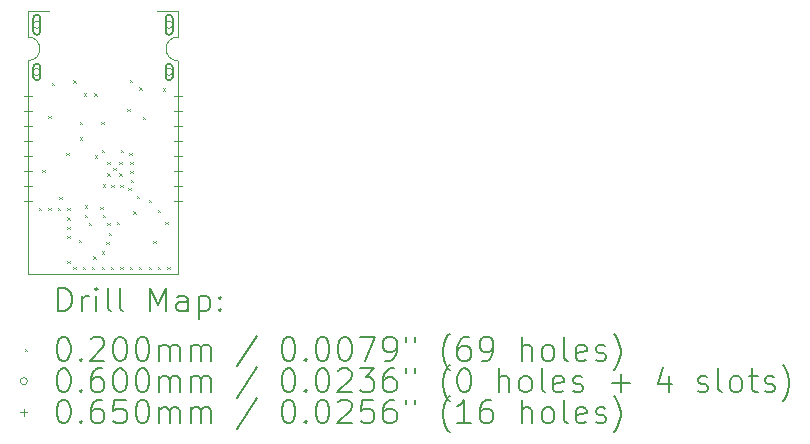
<source format=gbr>
%TF.GenerationSoftware,KiCad,Pcbnew,7.0.6*%
%TF.CreationDate,2023-09-20T23:26:55+02:00*%
%TF.ProjectId,epi_ESP32 (2023_01_16 13_30_41 UTC),6570695f-4553-4503-9332-202832303233,1_1*%
%TF.SameCoordinates,Original*%
%TF.FileFunction,Drillmap*%
%TF.FilePolarity,Positive*%
%FSLAX45Y45*%
G04 Gerber Fmt 4.5, Leading zero omitted, Abs format (unit mm)*
G04 Created by KiCad (PCBNEW 7.0.6) date 2023-09-20 23:26:55*
%MOMM*%
%LPD*%
G01*
G04 APERTURE LIST*
%ADD10C,0.100000*%
%ADD11C,0.050000*%
%ADD12C,0.200000*%
%ADD13C,0.020000*%
%ADD14C,0.060000*%
%ADD15C,0.065000*%
G04 APERTURE END LIST*
D10*
X9789000Y-4991850D02*
X9789000Y-5215000D01*
D11*
X9789504Y-7220000D02*
X11062004Y-7220000D01*
D10*
X11059000Y-5215000D02*
G75*
G03*
X11059000Y-5415000I0J-100000D01*
G01*
X9789000Y-5415000D02*
G75*
G03*
X9789000Y-5215000I0J100000D01*
G01*
X10879504Y-4991850D02*
X11059000Y-4991850D01*
X11059000Y-5215000D02*
X11059000Y-4991850D01*
X9789000Y-4991850D02*
X9966835Y-4991525D01*
X11062004Y-7220000D02*
X11059000Y-5415000D01*
X9789000Y-5415000D02*
X9789504Y-7220000D01*
D12*
D13*
X9882004Y-6660000D02*
X9902004Y-6680000D01*
X9902004Y-6660000D02*
X9882004Y-6680000D01*
X9912004Y-6340000D02*
X9932004Y-6360000D01*
X9932004Y-6340000D02*
X9912004Y-6360000D01*
X9962004Y-5883450D02*
X9982004Y-5903450D01*
X9982004Y-5883450D02*
X9962004Y-5903450D01*
X9962004Y-6660000D02*
X9982004Y-6680000D01*
X9982004Y-6660000D02*
X9962004Y-6680000D01*
X9992004Y-5600000D02*
X10012004Y-5620000D01*
X10012004Y-5600000D02*
X9992004Y-5620000D01*
X10042004Y-6660000D02*
X10062004Y-6680000D01*
X10062004Y-6660000D02*
X10042004Y-6680000D01*
X10053504Y-6570000D02*
X10073504Y-6590000D01*
X10073504Y-6570000D02*
X10053504Y-6590000D01*
X10113213Y-6193790D02*
X10133213Y-6213790D01*
X10133213Y-6193790D02*
X10113213Y-6213790D01*
X10122004Y-6661000D02*
X10142004Y-6681000D01*
X10142004Y-6661000D02*
X10122004Y-6681000D01*
X10122004Y-6740000D02*
X10142004Y-6760000D01*
X10142004Y-6740000D02*
X10122004Y-6760000D01*
X10122004Y-6820000D02*
X10142004Y-6840000D01*
X10142004Y-6820000D02*
X10122004Y-6840000D01*
X10122004Y-6900000D02*
X10142004Y-6920000D01*
X10142004Y-6900000D02*
X10122004Y-6920000D01*
X10122004Y-7110000D02*
X10142004Y-7130000D01*
X10142004Y-7110000D02*
X10122004Y-7130000D01*
X10172004Y-5580000D02*
X10192004Y-5600000D01*
X10192004Y-5580000D02*
X10172004Y-5600000D01*
X10172004Y-7160000D02*
X10192004Y-7180000D01*
X10192004Y-7160000D02*
X10172004Y-7180000D01*
X10220000Y-6930000D02*
X10240000Y-6950000D01*
X10240000Y-6930000D02*
X10220000Y-6950000D01*
X10227004Y-6062500D02*
X10247004Y-6082500D01*
X10247004Y-6062500D02*
X10227004Y-6082500D01*
X10230554Y-5930000D02*
X10250554Y-5950000D01*
X10250554Y-5930000D02*
X10230554Y-5950000D01*
X10252004Y-7160000D02*
X10272004Y-7180000D01*
X10272004Y-7160000D02*
X10252004Y-7180000D01*
X10262004Y-5690000D02*
X10282004Y-5710000D01*
X10282004Y-5690000D02*
X10262004Y-5710000D01*
X10272004Y-6640000D02*
X10292004Y-6660000D01*
X10292004Y-6640000D02*
X10272004Y-6660000D01*
X10272004Y-6720000D02*
X10292004Y-6740000D01*
X10292004Y-6720000D02*
X10272004Y-6740000D01*
X10302004Y-6790000D02*
X10322004Y-6810000D01*
X10322004Y-6790000D02*
X10302004Y-6810000D01*
X10332004Y-7160000D02*
X10352004Y-7180000D01*
X10352004Y-7160000D02*
X10332004Y-7180000D01*
X10342004Y-7070000D02*
X10362004Y-7090000D01*
X10362004Y-7070000D02*
X10342004Y-7090000D01*
X10352004Y-5690000D02*
X10372004Y-5710000D01*
X10372004Y-5690000D02*
X10352004Y-5710000D01*
X10354289Y-6215101D02*
X10374289Y-6235101D01*
X10374289Y-6215101D02*
X10354289Y-6235101D01*
X10402004Y-6651708D02*
X10422004Y-6671708D01*
X10422004Y-6651708D02*
X10402004Y-6671708D01*
X10409504Y-5930000D02*
X10429504Y-5950000D01*
X10429504Y-5930000D02*
X10409504Y-5950000D01*
X10412004Y-7030000D02*
X10432004Y-7050000D01*
X10432004Y-7030000D02*
X10412004Y-7050000D01*
X10412004Y-7160000D02*
X10432004Y-7180000D01*
X10432004Y-7160000D02*
X10412004Y-7180000D01*
X10413217Y-6168787D02*
X10433217Y-6188787D01*
X10433217Y-6168787D02*
X10413217Y-6188787D01*
X10420528Y-6463190D02*
X10440528Y-6483190D01*
X10440528Y-6463190D02*
X10420528Y-6483190D01*
X10422004Y-6720000D02*
X10442004Y-6740000D01*
X10442004Y-6720000D02*
X10422004Y-6740000D01*
X10452004Y-6950000D02*
X10472004Y-6970000D01*
X10472004Y-6950000D02*
X10452004Y-6970000D01*
X10462004Y-6270000D02*
X10482004Y-6290000D01*
X10482004Y-6270000D02*
X10462004Y-6290000D01*
X10462004Y-6370000D02*
X10482004Y-6390000D01*
X10482004Y-6370000D02*
X10462004Y-6390000D01*
X10462004Y-6790000D02*
X10482004Y-6810000D01*
X10482004Y-6790000D02*
X10462004Y-6810000D01*
X10472004Y-6870000D02*
X10492004Y-6890000D01*
X10492004Y-6870000D02*
X10472004Y-6890000D01*
X10492004Y-7160000D02*
X10512004Y-7180000D01*
X10512004Y-7160000D02*
X10492004Y-7180000D01*
X10495457Y-6464961D02*
X10515457Y-6484961D01*
X10515457Y-6464961D02*
X10495457Y-6484961D01*
X10512004Y-6320000D02*
X10532004Y-6340000D01*
X10532004Y-6320000D02*
X10512004Y-6340000D01*
X10544004Y-6780000D02*
X10564004Y-6800000D01*
X10564004Y-6780000D02*
X10544004Y-6800000D01*
X10562004Y-6270000D02*
X10582004Y-6290000D01*
X10582004Y-6270000D02*
X10562004Y-6290000D01*
X10562004Y-6370000D02*
X10582004Y-6390000D01*
X10582004Y-6370000D02*
X10562004Y-6390000D01*
X10570407Y-6464577D02*
X10590407Y-6484577D01*
X10590407Y-6464577D02*
X10570407Y-6484577D01*
X10572004Y-7160000D02*
X10592004Y-7180000D01*
X10592004Y-7160000D02*
X10572004Y-7180000D01*
X10575117Y-6167952D02*
X10595117Y-6187952D01*
X10595117Y-6167952D02*
X10575117Y-6187952D01*
X10630000Y-5820000D02*
X10650000Y-5840000D01*
X10650000Y-5820000D02*
X10630000Y-5840000D01*
X10640182Y-6493692D02*
X10660182Y-6513692D01*
X10660182Y-6493692D02*
X10640182Y-6513692D01*
X10646291Y-6192950D02*
X10666291Y-6212950D01*
X10666291Y-6192950D02*
X10646291Y-6212950D01*
X10650000Y-7160000D02*
X10670000Y-7180000D01*
X10670000Y-7160000D02*
X10650000Y-7180000D01*
X10654000Y-5575500D02*
X10674000Y-5595500D01*
X10674000Y-5575500D02*
X10654000Y-5595500D01*
X10656954Y-6270804D02*
X10676954Y-6290804D01*
X10676954Y-6270804D02*
X10656954Y-6290804D01*
X10656954Y-6345755D02*
X10676954Y-6365755D01*
X10676954Y-6345755D02*
X10656954Y-6365755D01*
X10659428Y-6421255D02*
X10679428Y-6441255D01*
X10679428Y-6421255D02*
X10659428Y-6441255D01*
X10682004Y-6690000D02*
X10702004Y-6710000D01*
X10702004Y-6690000D02*
X10682004Y-6710000D01*
X10712004Y-6556677D02*
X10732004Y-6576677D01*
X10732004Y-6556677D02*
X10712004Y-6576677D01*
X10730000Y-7160000D02*
X10750000Y-7180000D01*
X10750000Y-7160000D02*
X10730000Y-7180000D01*
X10732004Y-5640000D02*
X10752004Y-5660000D01*
X10752004Y-5640000D02*
X10732004Y-5660000D01*
X10762004Y-5890000D02*
X10782004Y-5910000D01*
X10782004Y-5890000D02*
X10762004Y-5910000D01*
X10810000Y-7160000D02*
X10830000Y-7180000D01*
X10830000Y-7160000D02*
X10810000Y-7180000D01*
X10812383Y-6594068D02*
X10832383Y-6614068D01*
X10832383Y-6594068D02*
X10812383Y-6614068D01*
X10850000Y-6940000D02*
X10870000Y-6960000D01*
X10870000Y-6940000D02*
X10850000Y-6960000D01*
X10888550Y-6680000D02*
X10908550Y-6700000D01*
X10908550Y-6680000D02*
X10888550Y-6700000D01*
X10890000Y-7160000D02*
X10910000Y-7180000D01*
X10910000Y-7160000D02*
X10890000Y-7180000D01*
X10932004Y-5650000D02*
X10952004Y-5670000D01*
X10952004Y-5650000D02*
X10932004Y-5670000D01*
X10952004Y-6780000D02*
X10972004Y-6800000D01*
X10972004Y-6780000D02*
X10952004Y-6800000D01*
X10970000Y-7160000D02*
X10990000Y-7180000D01*
X10990000Y-7160000D02*
X10970000Y-7180000D01*
D14*
X9894000Y-5110500D02*
G75*
G03*
X9894000Y-5110500I-30000J0D01*
G01*
D12*
X9834000Y-5055500D02*
X9834000Y-5165500D01*
X9834000Y-5165500D02*
G75*
G03*
X9894000Y-5165500I30000J0D01*
G01*
X9894000Y-5165500D02*
X9894000Y-5055500D01*
X9894000Y-5055500D02*
G75*
G03*
X9834000Y-5055500I-30000J0D01*
G01*
D14*
X9894000Y-5510500D02*
G75*
G03*
X9894000Y-5510500I-30000J0D01*
G01*
D12*
X9834000Y-5470500D02*
X9834000Y-5550500D01*
X9834000Y-5550500D02*
G75*
G03*
X9894000Y-5550500I30000J0D01*
G01*
X9894000Y-5550500D02*
X9894000Y-5470500D01*
X9894000Y-5470500D02*
G75*
G03*
X9834000Y-5470500I-30000J0D01*
G01*
D14*
X11014000Y-5110500D02*
G75*
G03*
X11014000Y-5110500I-30000J0D01*
G01*
D12*
X10954000Y-5055500D02*
X10954000Y-5165500D01*
X10954000Y-5165500D02*
G75*
G03*
X11014000Y-5165500I30000J0D01*
G01*
X11014000Y-5165500D02*
X11014000Y-5055500D01*
X11014000Y-5055500D02*
G75*
G03*
X10954000Y-5055500I-30000J0D01*
G01*
D14*
X11014000Y-5510500D02*
G75*
G03*
X11014000Y-5510500I-30000J0D01*
G01*
D12*
X10954000Y-5470500D02*
X10954000Y-5550500D01*
X10954000Y-5550500D02*
G75*
G03*
X11014000Y-5550500I30000J0D01*
G01*
X11014000Y-5550500D02*
X11014000Y-5470500D01*
X11014000Y-5470500D02*
G75*
G03*
X10954000Y-5470500I-30000J0D01*
G01*
D15*
X9789252Y-5682500D02*
X9789252Y-5747500D01*
X9756752Y-5715000D02*
X9821752Y-5715000D01*
X9789252Y-5809500D02*
X9789252Y-5874500D01*
X9756752Y-5842000D02*
X9821752Y-5842000D01*
X9789252Y-5936500D02*
X9789252Y-6001500D01*
X9756752Y-5969000D02*
X9821752Y-5969000D01*
X9789252Y-6063500D02*
X9789252Y-6128500D01*
X9756752Y-6096000D02*
X9821752Y-6096000D01*
X9789252Y-6190500D02*
X9789252Y-6255500D01*
X9756752Y-6223000D02*
X9821752Y-6223000D01*
X9789252Y-6317500D02*
X9789252Y-6382500D01*
X9756752Y-6350000D02*
X9821752Y-6350000D01*
X9789252Y-6444500D02*
X9789252Y-6509500D01*
X9756752Y-6477000D02*
X9821752Y-6477000D01*
X9789252Y-6571500D02*
X9789252Y-6636500D01*
X9756752Y-6604000D02*
X9821752Y-6604000D01*
X11059252Y-5682500D02*
X11059252Y-5747500D01*
X11026752Y-5715000D02*
X11091752Y-5715000D01*
X11059252Y-5809500D02*
X11059252Y-5874500D01*
X11026752Y-5842000D02*
X11091752Y-5842000D01*
X11059252Y-5936500D02*
X11059252Y-6001500D01*
X11026752Y-5969000D02*
X11091752Y-5969000D01*
X11059252Y-6063500D02*
X11059252Y-6128500D01*
X11026752Y-6096000D02*
X11091752Y-6096000D01*
X11059252Y-6190500D02*
X11059252Y-6255500D01*
X11026752Y-6223000D02*
X11091752Y-6223000D01*
X11059252Y-6317500D02*
X11059252Y-6382500D01*
X11026752Y-6350000D02*
X11091752Y-6350000D01*
X11059252Y-6444500D02*
X11059252Y-6509500D01*
X11026752Y-6477000D02*
X11091752Y-6477000D01*
X11059252Y-6571500D02*
X11059252Y-6636500D01*
X11026752Y-6604000D02*
X11091752Y-6604000D01*
D12*
X10044777Y-7536484D02*
X10044777Y-7336484D01*
X10044777Y-7336484D02*
X10092396Y-7336484D01*
X10092396Y-7336484D02*
X10120967Y-7346008D01*
X10120967Y-7346008D02*
X10140015Y-7365055D01*
X10140015Y-7365055D02*
X10149539Y-7384103D01*
X10149539Y-7384103D02*
X10159063Y-7422198D01*
X10159063Y-7422198D02*
X10159063Y-7450769D01*
X10159063Y-7450769D02*
X10149539Y-7488865D01*
X10149539Y-7488865D02*
X10140015Y-7507912D01*
X10140015Y-7507912D02*
X10120967Y-7526960D01*
X10120967Y-7526960D02*
X10092396Y-7536484D01*
X10092396Y-7536484D02*
X10044777Y-7536484D01*
X10244777Y-7536484D02*
X10244777Y-7403150D01*
X10244777Y-7441246D02*
X10254301Y-7422198D01*
X10254301Y-7422198D02*
X10263824Y-7412674D01*
X10263824Y-7412674D02*
X10282872Y-7403150D01*
X10282872Y-7403150D02*
X10301920Y-7403150D01*
X10368586Y-7536484D02*
X10368586Y-7403150D01*
X10368586Y-7336484D02*
X10359063Y-7346008D01*
X10359063Y-7346008D02*
X10368586Y-7355531D01*
X10368586Y-7355531D02*
X10378110Y-7346008D01*
X10378110Y-7346008D02*
X10368586Y-7336484D01*
X10368586Y-7336484D02*
X10368586Y-7355531D01*
X10492396Y-7536484D02*
X10473348Y-7526960D01*
X10473348Y-7526960D02*
X10463824Y-7507912D01*
X10463824Y-7507912D02*
X10463824Y-7336484D01*
X10597158Y-7536484D02*
X10578110Y-7526960D01*
X10578110Y-7526960D02*
X10568586Y-7507912D01*
X10568586Y-7507912D02*
X10568586Y-7336484D01*
X10825729Y-7536484D02*
X10825729Y-7336484D01*
X10825729Y-7336484D02*
X10892396Y-7479341D01*
X10892396Y-7479341D02*
X10959063Y-7336484D01*
X10959063Y-7336484D02*
X10959063Y-7536484D01*
X11140015Y-7536484D02*
X11140015Y-7431722D01*
X11140015Y-7431722D02*
X11130491Y-7412674D01*
X11130491Y-7412674D02*
X11111444Y-7403150D01*
X11111444Y-7403150D02*
X11073348Y-7403150D01*
X11073348Y-7403150D02*
X11054301Y-7412674D01*
X11140015Y-7526960D02*
X11120967Y-7536484D01*
X11120967Y-7536484D02*
X11073348Y-7536484D01*
X11073348Y-7536484D02*
X11054301Y-7526960D01*
X11054301Y-7526960D02*
X11044777Y-7507912D01*
X11044777Y-7507912D02*
X11044777Y-7488865D01*
X11044777Y-7488865D02*
X11054301Y-7469817D01*
X11054301Y-7469817D02*
X11073348Y-7460293D01*
X11073348Y-7460293D02*
X11120967Y-7460293D01*
X11120967Y-7460293D02*
X11140015Y-7450769D01*
X11235253Y-7403150D02*
X11235253Y-7603150D01*
X11235253Y-7412674D02*
X11254301Y-7403150D01*
X11254301Y-7403150D02*
X11292396Y-7403150D01*
X11292396Y-7403150D02*
X11311443Y-7412674D01*
X11311443Y-7412674D02*
X11320967Y-7422198D01*
X11320967Y-7422198D02*
X11330491Y-7441246D01*
X11330491Y-7441246D02*
X11330491Y-7498388D01*
X11330491Y-7498388D02*
X11320967Y-7517436D01*
X11320967Y-7517436D02*
X11311443Y-7526960D01*
X11311443Y-7526960D02*
X11292396Y-7536484D01*
X11292396Y-7536484D02*
X11254301Y-7536484D01*
X11254301Y-7536484D02*
X11235253Y-7526960D01*
X11416205Y-7517436D02*
X11425729Y-7526960D01*
X11425729Y-7526960D02*
X11416205Y-7536484D01*
X11416205Y-7536484D02*
X11406682Y-7526960D01*
X11406682Y-7526960D02*
X11416205Y-7517436D01*
X11416205Y-7517436D02*
X11416205Y-7536484D01*
X11416205Y-7412674D02*
X11425729Y-7422198D01*
X11425729Y-7422198D02*
X11416205Y-7431722D01*
X11416205Y-7431722D02*
X11406682Y-7422198D01*
X11406682Y-7422198D02*
X11416205Y-7412674D01*
X11416205Y-7412674D02*
X11416205Y-7431722D01*
D13*
X9764000Y-7855000D02*
X9784000Y-7875000D01*
X9784000Y-7855000D02*
X9764000Y-7875000D01*
D12*
X10082872Y-7756484D02*
X10101920Y-7756484D01*
X10101920Y-7756484D02*
X10120967Y-7766008D01*
X10120967Y-7766008D02*
X10130491Y-7775531D01*
X10130491Y-7775531D02*
X10140015Y-7794579D01*
X10140015Y-7794579D02*
X10149539Y-7832674D01*
X10149539Y-7832674D02*
X10149539Y-7880293D01*
X10149539Y-7880293D02*
X10140015Y-7918388D01*
X10140015Y-7918388D02*
X10130491Y-7937436D01*
X10130491Y-7937436D02*
X10120967Y-7946960D01*
X10120967Y-7946960D02*
X10101920Y-7956484D01*
X10101920Y-7956484D02*
X10082872Y-7956484D01*
X10082872Y-7956484D02*
X10063824Y-7946960D01*
X10063824Y-7946960D02*
X10054301Y-7937436D01*
X10054301Y-7937436D02*
X10044777Y-7918388D01*
X10044777Y-7918388D02*
X10035253Y-7880293D01*
X10035253Y-7880293D02*
X10035253Y-7832674D01*
X10035253Y-7832674D02*
X10044777Y-7794579D01*
X10044777Y-7794579D02*
X10054301Y-7775531D01*
X10054301Y-7775531D02*
X10063824Y-7766008D01*
X10063824Y-7766008D02*
X10082872Y-7756484D01*
X10235253Y-7937436D02*
X10244777Y-7946960D01*
X10244777Y-7946960D02*
X10235253Y-7956484D01*
X10235253Y-7956484D02*
X10225729Y-7946960D01*
X10225729Y-7946960D02*
X10235253Y-7937436D01*
X10235253Y-7937436D02*
X10235253Y-7956484D01*
X10320967Y-7775531D02*
X10330491Y-7766008D01*
X10330491Y-7766008D02*
X10349539Y-7756484D01*
X10349539Y-7756484D02*
X10397158Y-7756484D01*
X10397158Y-7756484D02*
X10416205Y-7766008D01*
X10416205Y-7766008D02*
X10425729Y-7775531D01*
X10425729Y-7775531D02*
X10435253Y-7794579D01*
X10435253Y-7794579D02*
X10435253Y-7813627D01*
X10435253Y-7813627D02*
X10425729Y-7842198D01*
X10425729Y-7842198D02*
X10311444Y-7956484D01*
X10311444Y-7956484D02*
X10435253Y-7956484D01*
X10559063Y-7756484D02*
X10578110Y-7756484D01*
X10578110Y-7756484D02*
X10597158Y-7766008D01*
X10597158Y-7766008D02*
X10606682Y-7775531D01*
X10606682Y-7775531D02*
X10616205Y-7794579D01*
X10616205Y-7794579D02*
X10625729Y-7832674D01*
X10625729Y-7832674D02*
X10625729Y-7880293D01*
X10625729Y-7880293D02*
X10616205Y-7918388D01*
X10616205Y-7918388D02*
X10606682Y-7937436D01*
X10606682Y-7937436D02*
X10597158Y-7946960D01*
X10597158Y-7946960D02*
X10578110Y-7956484D01*
X10578110Y-7956484D02*
X10559063Y-7956484D01*
X10559063Y-7956484D02*
X10540015Y-7946960D01*
X10540015Y-7946960D02*
X10530491Y-7937436D01*
X10530491Y-7937436D02*
X10520967Y-7918388D01*
X10520967Y-7918388D02*
X10511444Y-7880293D01*
X10511444Y-7880293D02*
X10511444Y-7832674D01*
X10511444Y-7832674D02*
X10520967Y-7794579D01*
X10520967Y-7794579D02*
X10530491Y-7775531D01*
X10530491Y-7775531D02*
X10540015Y-7766008D01*
X10540015Y-7766008D02*
X10559063Y-7756484D01*
X10749539Y-7756484D02*
X10768586Y-7756484D01*
X10768586Y-7756484D02*
X10787634Y-7766008D01*
X10787634Y-7766008D02*
X10797158Y-7775531D01*
X10797158Y-7775531D02*
X10806682Y-7794579D01*
X10806682Y-7794579D02*
X10816205Y-7832674D01*
X10816205Y-7832674D02*
X10816205Y-7880293D01*
X10816205Y-7880293D02*
X10806682Y-7918388D01*
X10806682Y-7918388D02*
X10797158Y-7937436D01*
X10797158Y-7937436D02*
X10787634Y-7946960D01*
X10787634Y-7946960D02*
X10768586Y-7956484D01*
X10768586Y-7956484D02*
X10749539Y-7956484D01*
X10749539Y-7956484D02*
X10730491Y-7946960D01*
X10730491Y-7946960D02*
X10720967Y-7937436D01*
X10720967Y-7937436D02*
X10711444Y-7918388D01*
X10711444Y-7918388D02*
X10701920Y-7880293D01*
X10701920Y-7880293D02*
X10701920Y-7832674D01*
X10701920Y-7832674D02*
X10711444Y-7794579D01*
X10711444Y-7794579D02*
X10720967Y-7775531D01*
X10720967Y-7775531D02*
X10730491Y-7766008D01*
X10730491Y-7766008D02*
X10749539Y-7756484D01*
X10901920Y-7956484D02*
X10901920Y-7823150D01*
X10901920Y-7842198D02*
X10911444Y-7832674D01*
X10911444Y-7832674D02*
X10930491Y-7823150D01*
X10930491Y-7823150D02*
X10959063Y-7823150D01*
X10959063Y-7823150D02*
X10978110Y-7832674D01*
X10978110Y-7832674D02*
X10987634Y-7851722D01*
X10987634Y-7851722D02*
X10987634Y-7956484D01*
X10987634Y-7851722D02*
X10997158Y-7832674D01*
X10997158Y-7832674D02*
X11016205Y-7823150D01*
X11016205Y-7823150D02*
X11044777Y-7823150D01*
X11044777Y-7823150D02*
X11063825Y-7832674D01*
X11063825Y-7832674D02*
X11073348Y-7851722D01*
X11073348Y-7851722D02*
X11073348Y-7956484D01*
X11168586Y-7956484D02*
X11168586Y-7823150D01*
X11168586Y-7842198D02*
X11178110Y-7832674D01*
X11178110Y-7832674D02*
X11197158Y-7823150D01*
X11197158Y-7823150D02*
X11225729Y-7823150D01*
X11225729Y-7823150D02*
X11244777Y-7832674D01*
X11244777Y-7832674D02*
X11254301Y-7851722D01*
X11254301Y-7851722D02*
X11254301Y-7956484D01*
X11254301Y-7851722D02*
X11263824Y-7832674D01*
X11263824Y-7832674D02*
X11282872Y-7823150D01*
X11282872Y-7823150D02*
X11311443Y-7823150D01*
X11311443Y-7823150D02*
X11330491Y-7832674D01*
X11330491Y-7832674D02*
X11340015Y-7851722D01*
X11340015Y-7851722D02*
X11340015Y-7956484D01*
X11730491Y-7746960D02*
X11559063Y-8004103D01*
X11987634Y-7756484D02*
X12006682Y-7756484D01*
X12006682Y-7756484D02*
X12025729Y-7766008D01*
X12025729Y-7766008D02*
X12035253Y-7775531D01*
X12035253Y-7775531D02*
X12044777Y-7794579D01*
X12044777Y-7794579D02*
X12054301Y-7832674D01*
X12054301Y-7832674D02*
X12054301Y-7880293D01*
X12054301Y-7880293D02*
X12044777Y-7918388D01*
X12044777Y-7918388D02*
X12035253Y-7937436D01*
X12035253Y-7937436D02*
X12025729Y-7946960D01*
X12025729Y-7946960D02*
X12006682Y-7956484D01*
X12006682Y-7956484D02*
X11987634Y-7956484D01*
X11987634Y-7956484D02*
X11968586Y-7946960D01*
X11968586Y-7946960D02*
X11959063Y-7937436D01*
X11959063Y-7937436D02*
X11949539Y-7918388D01*
X11949539Y-7918388D02*
X11940015Y-7880293D01*
X11940015Y-7880293D02*
X11940015Y-7832674D01*
X11940015Y-7832674D02*
X11949539Y-7794579D01*
X11949539Y-7794579D02*
X11959063Y-7775531D01*
X11959063Y-7775531D02*
X11968586Y-7766008D01*
X11968586Y-7766008D02*
X11987634Y-7756484D01*
X12140015Y-7937436D02*
X12149539Y-7946960D01*
X12149539Y-7946960D02*
X12140015Y-7956484D01*
X12140015Y-7956484D02*
X12130491Y-7946960D01*
X12130491Y-7946960D02*
X12140015Y-7937436D01*
X12140015Y-7937436D02*
X12140015Y-7956484D01*
X12273348Y-7756484D02*
X12292396Y-7756484D01*
X12292396Y-7756484D02*
X12311444Y-7766008D01*
X12311444Y-7766008D02*
X12320967Y-7775531D01*
X12320967Y-7775531D02*
X12330491Y-7794579D01*
X12330491Y-7794579D02*
X12340015Y-7832674D01*
X12340015Y-7832674D02*
X12340015Y-7880293D01*
X12340015Y-7880293D02*
X12330491Y-7918388D01*
X12330491Y-7918388D02*
X12320967Y-7937436D01*
X12320967Y-7937436D02*
X12311444Y-7946960D01*
X12311444Y-7946960D02*
X12292396Y-7956484D01*
X12292396Y-7956484D02*
X12273348Y-7956484D01*
X12273348Y-7956484D02*
X12254301Y-7946960D01*
X12254301Y-7946960D02*
X12244777Y-7937436D01*
X12244777Y-7937436D02*
X12235253Y-7918388D01*
X12235253Y-7918388D02*
X12225729Y-7880293D01*
X12225729Y-7880293D02*
X12225729Y-7832674D01*
X12225729Y-7832674D02*
X12235253Y-7794579D01*
X12235253Y-7794579D02*
X12244777Y-7775531D01*
X12244777Y-7775531D02*
X12254301Y-7766008D01*
X12254301Y-7766008D02*
X12273348Y-7756484D01*
X12463825Y-7756484D02*
X12482872Y-7756484D01*
X12482872Y-7756484D02*
X12501920Y-7766008D01*
X12501920Y-7766008D02*
X12511444Y-7775531D01*
X12511444Y-7775531D02*
X12520967Y-7794579D01*
X12520967Y-7794579D02*
X12530491Y-7832674D01*
X12530491Y-7832674D02*
X12530491Y-7880293D01*
X12530491Y-7880293D02*
X12520967Y-7918388D01*
X12520967Y-7918388D02*
X12511444Y-7937436D01*
X12511444Y-7937436D02*
X12501920Y-7946960D01*
X12501920Y-7946960D02*
X12482872Y-7956484D01*
X12482872Y-7956484D02*
X12463825Y-7956484D01*
X12463825Y-7956484D02*
X12444777Y-7946960D01*
X12444777Y-7946960D02*
X12435253Y-7937436D01*
X12435253Y-7937436D02*
X12425729Y-7918388D01*
X12425729Y-7918388D02*
X12416206Y-7880293D01*
X12416206Y-7880293D02*
X12416206Y-7832674D01*
X12416206Y-7832674D02*
X12425729Y-7794579D01*
X12425729Y-7794579D02*
X12435253Y-7775531D01*
X12435253Y-7775531D02*
X12444777Y-7766008D01*
X12444777Y-7766008D02*
X12463825Y-7756484D01*
X12597158Y-7756484D02*
X12730491Y-7756484D01*
X12730491Y-7756484D02*
X12644777Y-7956484D01*
X12816206Y-7956484D02*
X12854301Y-7956484D01*
X12854301Y-7956484D02*
X12873348Y-7946960D01*
X12873348Y-7946960D02*
X12882872Y-7937436D01*
X12882872Y-7937436D02*
X12901920Y-7908865D01*
X12901920Y-7908865D02*
X12911444Y-7870769D01*
X12911444Y-7870769D02*
X12911444Y-7794579D01*
X12911444Y-7794579D02*
X12901920Y-7775531D01*
X12901920Y-7775531D02*
X12892396Y-7766008D01*
X12892396Y-7766008D02*
X12873348Y-7756484D01*
X12873348Y-7756484D02*
X12835253Y-7756484D01*
X12835253Y-7756484D02*
X12816206Y-7766008D01*
X12816206Y-7766008D02*
X12806682Y-7775531D01*
X12806682Y-7775531D02*
X12797158Y-7794579D01*
X12797158Y-7794579D02*
X12797158Y-7842198D01*
X12797158Y-7842198D02*
X12806682Y-7861246D01*
X12806682Y-7861246D02*
X12816206Y-7870769D01*
X12816206Y-7870769D02*
X12835253Y-7880293D01*
X12835253Y-7880293D02*
X12873348Y-7880293D01*
X12873348Y-7880293D02*
X12892396Y-7870769D01*
X12892396Y-7870769D02*
X12901920Y-7861246D01*
X12901920Y-7861246D02*
X12911444Y-7842198D01*
X12987634Y-7756484D02*
X12987634Y-7794579D01*
X13063825Y-7756484D02*
X13063825Y-7794579D01*
X13359063Y-8032674D02*
X13349539Y-8023150D01*
X13349539Y-8023150D02*
X13330491Y-7994579D01*
X13330491Y-7994579D02*
X13320968Y-7975531D01*
X13320968Y-7975531D02*
X13311444Y-7946960D01*
X13311444Y-7946960D02*
X13301920Y-7899341D01*
X13301920Y-7899341D02*
X13301920Y-7861246D01*
X13301920Y-7861246D02*
X13311444Y-7813627D01*
X13311444Y-7813627D02*
X13320968Y-7785055D01*
X13320968Y-7785055D02*
X13330491Y-7766008D01*
X13330491Y-7766008D02*
X13349539Y-7737436D01*
X13349539Y-7737436D02*
X13359063Y-7727912D01*
X13520968Y-7756484D02*
X13482872Y-7756484D01*
X13482872Y-7756484D02*
X13463825Y-7766008D01*
X13463825Y-7766008D02*
X13454301Y-7775531D01*
X13454301Y-7775531D02*
X13435253Y-7804103D01*
X13435253Y-7804103D02*
X13425729Y-7842198D01*
X13425729Y-7842198D02*
X13425729Y-7918388D01*
X13425729Y-7918388D02*
X13435253Y-7937436D01*
X13435253Y-7937436D02*
X13444777Y-7946960D01*
X13444777Y-7946960D02*
X13463825Y-7956484D01*
X13463825Y-7956484D02*
X13501920Y-7956484D01*
X13501920Y-7956484D02*
X13520968Y-7946960D01*
X13520968Y-7946960D02*
X13530491Y-7937436D01*
X13530491Y-7937436D02*
X13540015Y-7918388D01*
X13540015Y-7918388D02*
X13540015Y-7870769D01*
X13540015Y-7870769D02*
X13530491Y-7851722D01*
X13530491Y-7851722D02*
X13520968Y-7842198D01*
X13520968Y-7842198D02*
X13501920Y-7832674D01*
X13501920Y-7832674D02*
X13463825Y-7832674D01*
X13463825Y-7832674D02*
X13444777Y-7842198D01*
X13444777Y-7842198D02*
X13435253Y-7851722D01*
X13435253Y-7851722D02*
X13425729Y-7870769D01*
X13635253Y-7956484D02*
X13673348Y-7956484D01*
X13673348Y-7956484D02*
X13692396Y-7946960D01*
X13692396Y-7946960D02*
X13701920Y-7937436D01*
X13701920Y-7937436D02*
X13720968Y-7908865D01*
X13720968Y-7908865D02*
X13730491Y-7870769D01*
X13730491Y-7870769D02*
X13730491Y-7794579D01*
X13730491Y-7794579D02*
X13720968Y-7775531D01*
X13720968Y-7775531D02*
X13711444Y-7766008D01*
X13711444Y-7766008D02*
X13692396Y-7756484D01*
X13692396Y-7756484D02*
X13654301Y-7756484D01*
X13654301Y-7756484D02*
X13635253Y-7766008D01*
X13635253Y-7766008D02*
X13625729Y-7775531D01*
X13625729Y-7775531D02*
X13616206Y-7794579D01*
X13616206Y-7794579D02*
X13616206Y-7842198D01*
X13616206Y-7842198D02*
X13625729Y-7861246D01*
X13625729Y-7861246D02*
X13635253Y-7870769D01*
X13635253Y-7870769D02*
X13654301Y-7880293D01*
X13654301Y-7880293D02*
X13692396Y-7880293D01*
X13692396Y-7880293D02*
X13711444Y-7870769D01*
X13711444Y-7870769D02*
X13720968Y-7861246D01*
X13720968Y-7861246D02*
X13730491Y-7842198D01*
X13968587Y-7956484D02*
X13968587Y-7756484D01*
X14054301Y-7956484D02*
X14054301Y-7851722D01*
X14054301Y-7851722D02*
X14044777Y-7832674D01*
X14044777Y-7832674D02*
X14025730Y-7823150D01*
X14025730Y-7823150D02*
X13997158Y-7823150D01*
X13997158Y-7823150D02*
X13978110Y-7832674D01*
X13978110Y-7832674D02*
X13968587Y-7842198D01*
X14178110Y-7956484D02*
X14159063Y-7946960D01*
X14159063Y-7946960D02*
X14149539Y-7937436D01*
X14149539Y-7937436D02*
X14140015Y-7918388D01*
X14140015Y-7918388D02*
X14140015Y-7861246D01*
X14140015Y-7861246D02*
X14149539Y-7842198D01*
X14149539Y-7842198D02*
X14159063Y-7832674D01*
X14159063Y-7832674D02*
X14178110Y-7823150D01*
X14178110Y-7823150D02*
X14206682Y-7823150D01*
X14206682Y-7823150D02*
X14225730Y-7832674D01*
X14225730Y-7832674D02*
X14235253Y-7842198D01*
X14235253Y-7842198D02*
X14244777Y-7861246D01*
X14244777Y-7861246D02*
X14244777Y-7918388D01*
X14244777Y-7918388D02*
X14235253Y-7937436D01*
X14235253Y-7937436D02*
X14225730Y-7946960D01*
X14225730Y-7946960D02*
X14206682Y-7956484D01*
X14206682Y-7956484D02*
X14178110Y-7956484D01*
X14359063Y-7956484D02*
X14340015Y-7946960D01*
X14340015Y-7946960D02*
X14330491Y-7927912D01*
X14330491Y-7927912D02*
X14330491Y-7756484D01*
X14511444Y-7946960D02*
X14492396Y-7956484D01*
X14492396Y-7956484D02*
X14454301Y-7956484D01*
X14454301Y-7956484D02*
X14435253Y-7946960D01*
X14435253Y-7946960D02*
X14425730Y-7927912D01*
X14425730Y-7927912D02*
X14425730Y-7851722D01*
X14425730Y-7851722D02*
X14435253Y-7832674D01*
X14435253Y-7832674D02*
X14454301Y-7823150D01*
X14454301Y-7823150D02*
X14492396Y-7823150D01*
X14492396Y-7823150D02*
X14511444Y-7832674D01*
X14511444Y-7832674D02*
X14520968Y-7851722D01*
X14520968Y-7851722D02*
X14520968Y-7870769D01*
X14520968Y-7870769D02*
X14425730Y-7889817D01*
X14597158Y-7946960D02*
X14616206Y-7956484D01*
X14616206Y-7956484D02*
X14654301Y-7956484D01*
X14654301Y-7956484D02*
X14673349Y-7946960D01*
X14673349Y-7946960D02*
X14682872Y-7927912D01*
X14682872Y-7927912D02*
X14682872Y-7918388D01*
X14682872Y-7918388D02*
X14673349Y-7899341D01*
X14673349Y-7899341D02*
X14654301Y-7889817D01*
X14654301Y-7889817D02*
X14625730Y-7889817D01*
X14625730Y-7889817D02*
X14606682Y-7880293D01*
X14606682Y-7880293D02*
X14597158Y-7861246D01*
X14597158Y-7861246D02*
X14597158Y-7851722D01*
X14597158Y-7851722D02*
X14606682Y-7832674D01*
X14606682Y-7832674D02*
X14625730Y-7823150D01*
X14625730Y-7823150D02*
X14654301Y-7823150D01*
X14654301Y-7823150D02*
X14673349Y-7832674D01*
X14749539Y-8032674D02*
X14759063Y-8023150D01*
X14759063Y-8023150D02*
X14778111Y-7994579D01*
X14778111Y-7994579D02*
X14787634Y-7975531D01*
X14787634Y-7975531D02*
X14797158Y-7946960D01*
X14797158Y-7946960D02*
X14806682Y-7899341D01*
X14806682Y-7899341D02*
X14806682Y-7861246D01*
X14806682Y-7861246D02*
X14797158Y-7813627D01*
X14797158Y-7813627D02*
X14787634Y-7785055D01*
X14787634Y-7785055D02*
X14778111Y-7766008D01*
X14778111Y-7766008D02*
X14759063Y-7737436D01*
X14759063Y-7737436D02*
X14749539Y-7727912D01*
D14*
X9784000Y-8129000D02*
G75*
G03*
X9784000Y-8129000I-30000J0D01*
G01*
D12*
X10082872Y-8020484D02*
X10101920Y-8020484D01*
X10101920Y-8020484D02*
X10120967Y-8030008D01*
X10120967Y-8030008D02*
X10130491Y-8039531D01*
X10130491Y-8039531D02*
X10140015Y-8058579D01*
X10140015Y-8058579D02*
X10149539Y-8096674D01*
X10149539Y-8096674D02*
X10149539Y-8144293D01*
X10149539Y-8144293D02*
X10140015Y-8182388D01*
X10140015Y-8182388D02*
X10130491Y-8201436D01*
X10130491Y-8201436D02*
X10120967Y-8210960D01*
X10120967Y-8210960D02*
X10101920Y-8220484D01*
X10101920Y-8220484D02*
X10082872Y-8220484D01*
X10082872Y-8220484D02*
X10063824Y-8210960D01*
X10063824Y-8210960D02*
X10054301Y-8201436D01*
X10054301Y-8201436D02*
X10044777Y-8182388D01*
X10044777Y-8182388D02*
X10035253Y-8144293D01*
X10035253Y-8144293D02*
X10035253Y-8096674D01*
X10035253Y-8096674D02*
X10044777Y-8058579D01*
X10044777Y-8058579D02*
X10054301Y-8039531D01*
X10054301Y-8039531D02*
X10063824Y-8030008D01*
X10063824Y-8030008D02*
X10082872Y-8020484D01*
X10235253Y-8201436D02*
X10244777Y-8210960D01*
X10244777Y-8210960D02*
X10235253Y-8220484D01*
X10235253Y-8220484D02*
X10225729Y-8210960D01*
X10225729Y-8210960D02*
X10235253Y-8201436D01*
X10235253Y-8201436D02*
X10235253Y-8220484D01*
X10416205Y-8020484D02*
X10378110Y-8020484D01*
X10378110Y-8020484D02*
X10359063Y-8030008D01*
X10359063Y-8030008D02*
X10349539Y-8039531D01*
X10349539Y-8039531D02*
X10330491Y-8068103D01*
X10330491Y-8068103D02*
X10320967Y-8106198D01*
X10320967Y-8106198D02*
X10320967Y-8182388D01*
X10320967Y-8182388D02*
X10330491Y-8201436D01*
X10330491Y-8201436D02*
X10340015Y-8210960D01*
X10340015Y-8210960D02*
X10359063Y-8220484D01*
X10359063Y-8220484D02*
X10397158Y-8220484D01*
X10397158Y-8220484D02*
X10416205Y-8210960D01*
X10416205Y-8210960D02*
X10425729Y-8201436D01*
X10425729Y-8201436D02*
X10435253Y-8182388D01*
X10435253Y-8182388D02*
X10435253Y-8134769D01*
X10435253Y-8134769D02*
X10425729Y-8115722D01*
X10425729Y-8115722D02*
X10416205Y-8106198D01*
X10416205Y-8106198D02*
X10397158Y-8096674D01*
X10397158Y-8096674D02*
X10359063Y-8096674D01*
X10359063Y-8096674D02*
X10340015Y-8106198D01*
X10340015Y-8106198D02*
X10330491Y-8115722D01*
X10330491Y-8115722D02*
X10320967Y-8134769D01*
X10559063Y-8020484D02*
X10578110Y-8020484D01*
X10578110Y-8020484D02*
X10597158Y-8030008D01*
X10597158Y-8030008D02*
X10606682Y-8039531D01*
X10606682Y-8039531D02*
X10616205Y-8058579D01*
X10616205Y-8058579D02*
X10625729Y-8096674D01*
X10625729Y-8096674D02*
X10625729Y-8144293D01*
X10625729Y-8144293D02*
X10616205Y-8182388D01*
X10616205Y-8182388D02*
X10606682Y-8201436D01*
X10606682Y-8201436D02*
X10597158Y-8210960D01*
X10597158Y-8210960D02*
X10578110Y-8220484D01*
X10578110Y-8220484D02*
X10559063Y-8220484D01*
X10559063Y-8220484D02*
X10540015Y-8210960D01*
X10540015Y-8210960D02*
X10530491Y-8201436D01*
X10530491Y-8201436D02*
X10520967Y-8182388D01*
X10520967Y-8182388D02*
X10511444Y-8144293D01*
X10511444Y-8144293D02*
X10511444Y-8096674D01*
X10511444Y-8096674D02*
X10520967Y-8058579D01*
X10520967Y-8058579D02*
X10530491Y-8039531D01*
X10530491Y-8039531D02*
X10540015Y-8030008D01*
X10540015Y-8030008D02*
X10559063Y-8020484D01*
X10749539Y-8020484D02*
X10768586Y-8020484D01*
X10768586Y-8020484D02*
X10787634Y-8030008D01*
X10787634Y-8030008D02*
X10797158Y-8039531D01*
X10797158Y-8039531D02*
X10806682Y-8058579D01*
X10806682Y-8058579D02*
X10816205Y-8096674D01*
X10816205Y-8096674D02*
X10816205Y-8144293D01*
X10816205Y-8144293D02*
X10806682Y-8182388D01*
X10806682Y-8182388D02*
X10797158Y-8201436D01*
X10797158Y-8201436D02*
X10787634Y-8210960D01*
X10787634Y-8210960D02*
X10768586Y-8220484D01*
X10768586Y-8220484D02*
X10749539Y-8220484D01*
X10749539Y-8220484D02*
X10730491Y-8210960D01*
X10730491Y-8210960D02*
X10720967Y-8201436D01*
X10720967Y-8201436D02*
X10711444Y-8182388D01*
X10711444Y-8182388D02*
X10701920Y-8144293D01*
X10701920Y-8144293D02*
X10701920Y-8096674D01*
X10701920Y-8096674D02*
X10711444Y-8058579D01*
X10711444Y-8058579D02*
X10720967Y-8039531D01*
X10720967Y-8039531D02*
X10730491Y-8030008D01*
X10730491Y-8030008D02*
X10749539Y-8020484D01*
X10901920Y-8220484D02*
X10901920Y-8087150D01*
X10901920Y-8106198D02*
X10911444Y-8096674D01*
X10911444Y-8096674D02*
X10930491Y-8087150D01*
X10930491Y-8087150D02*
X10959063Y-8087150D01*
X10959063Y-8087150D02*
X10978110Y-8096674D01*
X10978110Y-8096674D02*
X10987634Y-8115722D01*
X10987634Y-8115722D02*
X10987634Y-8220484D01*
X10987634Y-8115722D02*
X10997158Y-8096674D01*
X10997158Y-8096674D02*
X11016205Y-8087150D01*
X11016205Y-8087150D02*
X11044777Y-8087150D01*
X11044777Y-8087150D02*
X11063825Y-8096674D01*
X11063825Y-8096674D02*
X11073348Y-8115722D01*
X11073348Y-8115722D02*
X11073348Y-8220484D01*
X11168586Y-8220484D02*
X11168586Y-8087150D01*
X11168586Y-8106198D02*
X11178110Y-8096674D01*
X11178110Y-8096674D02*
X11197158Y-8087150D01*
X11197158Y-8087150D02*
X11225729Y-8087150D01*
X11225729Y-8087150D02*
X11244777Y-8096674D01*
X11244777Y-8096674D02*
X11254301Y-8115722D01*
X11254301Y-8115722D02*
X11254301Y-8220484D01*
X11254301Y-8115722D02*
X11263824Y-8096674D01*
X11263824Y-8096674D02*
X11282872Y-8087150D01*
X11282872Y-8087150D02*
X11311443Y-8087150D01*
X11311443Y-8087150D02*
X11330491Y-8096674D01*
X11330491Y-8096674D02*
X11340015Y-8115722D01*
X11340015Y-8115722D02*
X11340015Y-8220484D01*
X11730491Y-8010960D02*
X11559063Y-8268103D01*
X11987634Y-8020484D02*
X12006682Y-8020484D01*
X12006682Y-8020484D02*
X12025729Y-8030008D01*
X12025729Y-8030008D02*
X12035253Y-8039531D01*
X12035253Y-8039531D02*
X12044777Y-8058579D01*
X12044777Y-8058579D02*
X12054301Y-8096674D01*
X12054301Y-8096674D02*
X12054301Y-8144293D01*
X12054301Y-8144293D02*
X12044777Y-8182388D01*
X12044777Y-8182388D02*
X12035253Y-8201436D01*
X12035253Y-8201436D02*
X12025729Y-8210960D01*
X12025729Y-8210960D02*
X12006682Y-8220484D01*
X12006682Y-8220484D02*
X11987634Y-8220484D01*
X11987634Y-8220484D02*
X11968586Y-8210960D01*
X11968586Y-8210960D02*
X11959063Y-8201436D01*
X11959063Y-8201436D02*
X11949539Y-8182388D01*
X11949539Y-8182388D02*
X11940015Y-8144293D01*
X11940015Y-8144293D02*
X11940015Y-8096674D01*
X11940015Y-8096674D02*
X11949539Y-8058579D01*
X11949539Y-8058579D02*
X11959063Y-8039531D01*
X11959063Y-8039531D02*
X11968586Y-8030008D01*
X11968586Y-8030008D02*
X11987634Y-8020484D01*
X12140015Y-8201436D02*
X12149539Y-8210960D01*
X12149539Y-8210960D02*
X12140015Y-8220484D01*
X12140015Y-8220484D02*
X12130491Y-8210960D01*
X12130491Y-8210960D02*
X12140015Y-8201436D01*
X12140015Y-8201436D02*
X12140015Y-8220484D01*
X12273348Y-8020484D02*
X12292396Y-8020484D01*
X12292396Y-8020484D02*
X12311444Y-8030008D01*
X12311444Y-8030008D02*
X12320967Y-8039531D01*
X12320967Y-8039531D02*
X12330491Y-8058579D01*
X12330491Y-8058579D02*
X12340015Y-8096674D01*
X12340015Y-8096674D02*
X12340015Y-8144293D01*
X12340015Y-8144293D02*
X12330491Y-8182388D01*
X12330491Y-8182388D02*
X12320967Y-8201436D01*
X12320967Y-8201436D02*
X12311444Y-8210960D01*
X12311444Y-8210960D02*
X12292396Y-8220484D01*
X12292396Y-8220484D02*
X12273348Y-8220484D01*
X12273348Y-8220484D02*
X12254301Y-8210960D01*
X12254301Y-8210960D02*
X12244777Y-8201436D01*
X12244777Y-8201436D02*
X12235253Y-8182388D01*
X12235253Y-8182388D02*
X12225729Y-8144293D01*
X12225729Y-8144293D02*
X12225729Y-8096674D01*
X12225729Y-8096674D02*
X12235253Y-8058579D01*
X12235253Y-8058579D02*
X12244777Y-8039531D01*
X12244777Y-8039531D02*
X12254301Y-8030008D01*
X12254301Y-8030008D02*
X12273348Y-8020484D01*
X12416206Y-8039531D02*
X12425729Y-8030008D01*
X12425729Y-8030008D02*
X12444777Y-8020484D01*
X12444777Y-8020484D02*
X12492396Y-8020484D01*
X12492396Y-8020484D02*
X12511444Y-8030008D01*
X12511444Y-8030008D02*
X12520967Y-8039531D01*
X12520967Y-8039531D02*
X12530491Y-8058579D01*
X12530491Y-8058579D02*
X12530491Y-8077627D01*
X12530491Y-8077627D02*
X12520967Y-8106198D01*
X12520967Y-8106198D02*
X12406682Y-8220484D01*
X12406682Y-8220484D02*
X12530491Y-8220484D01*
X12597158Y-8020484D02*
X12720967Y-8020484D01*
X12720967Y-8020484D02*
X12654301Y-8096674D01*
X12654301Y-8096674D02*
X12682872Y-8096674D01*
X12682872Y-8096674D02*
X12701920Y-8106198D01*
X12701920Y-8106198D02*
X12711444Y-8115722D01*
X12711444Y-8115722D02*
X12720967Y-8134769D01*
X12720967Y-8134769D02*
X12720967Y-8182388D01*
X12720967Y-8182388D02*
X12711444Y-8201436D01*
X12711444Y-8201436D02*
X12701920Y-8210960D01*
X12701920Y-8210960D02*
X12682872Y-8220484D01*
X12682872Y-8220484D02*
X12625729Y-8220484D01*
X12625729Y-8220484D02*
X12606682Y-8210960D01*
X12606682Y-8210960D02*
X12597158Y-8201436D01*
X12892396Y-8020484D02*
X12854301Y-8020484D01*
X12854301Y-8020484D02*
X12835253Y-8030008D01*
X12835253Y-8030008D02*
X12825729Y-8039531D01*
X12825729Y-8039531D02*
X12806682Y-8068103D01*
X12806682Y-8068103D02*
X12797158Y-8106198D01*
X12797158Y-8106198D02*
X12797158Y-8182388D01*
X12797158Y-8182388D02*
X12806682Y-8201436D01*
X12806682Y-8201436D02*
X12816206Y-8210960D01*
X12816206Y-8210960D02*
X12835253Y-8220484D01*
X12835253Y-8220484D02*
X12873348Y-8220484D01*
X12873348Y-8220484D02*
X12892396Y-8210960D01*
X12892396Y-8210960D02*
X12901920Y-8201436D01*
X12901920Y-8201436D02*
X12911444Y-8182388D01*
X12911444Y-8182388D02*
X12911444Y-8134769D01*
X12911444Y-8134769D02*
X12901920Y-8115722D01*
X12901920Y-8115722D02*
X12892396Y-8106198D01*
X12892396Y-8106198D02*
X12873348Y-8096674D01*
X12873348Y-8096674D02*
X12835253Y-8096674D01*
X12835253Y-8096674D02*
X12816206Y-8106198D01*
X12816206Y-8106198D02*
X12806682Y-8115722D01*
X12806682Y-8115722D02*
X12797158Y-8134769D01*
X12987634Y-8020484D02*
X12987634Y-8058579D01*
X13063825Y-8020484D02*
X13063825Y-8058579D01*
X13359063Y-8296674D02*
X13349539Y-8287150D01*
X13349539Y-8287150D02*
X13330491Y-8258579D01*
X13330491Y-8258579D02*
X13320968Y-8239531D01*
X13320968Y-8239531D02*
X13311444Y-8210960D01*
X13311444Y-8210960D02*
X13301920Y-8163341D01*
X13301920Y-8163341D02*
X13301920Y-8125246D01*
X13301920Y-8125246D02*
X13311444Y-8077627D01*
X13311444Y-8077627D02*
X13320968Y-8049055D01*
X13320968Y-8049055D02*
X13330491Y-8030008D01*
X13330491Y-8030008D02*
X13349539Y-8001436D01*
X13349539Y-8001436D02*
X13359063Y-7991912D01*
X13473348Y-8020484D02*
X13492396Y-8020484D01*
X13492396Y-8020484D02*
X13511444Y-8030008D01*
X13511444Y-8030008D02*
X13520968Y-8039531D01*
X13520968Y-8039531D02*
X13530491Y-8058579D01*
X13530491Y-8058579D02*
X13540015Y-8096674D01*
X13540015Y-8096674D02*
X13540015Y-8144293D01*
X13540015Y-8144293D02*
X13530491Y-8182388D01*
X13530491Y-8182388D02*
X13520968Y-8201436D01*
X13520968Y-8201436D02*
X13511444Y-8210960D01*
X13511444Y-8210960D02*
X13492396Y-8220484D01*
X13492396Y-8220484D02*
X13473348Y-8220484D01*
X13473348Y-8220484D02*
X13454301Y-8210960D01*
X13454301Y-8210960D02*
X13444777Y-8201436D01*
X13444777Y-8201436D02*
X13435253Y-8182388D01*
X13435253Y-8182388D02*
X13425729Y-8144293D01*
X13425729Y-8144293D02*
X13425729Y-8096674D01*
X13425729Y-8096674D02*
X13435253Y-8058579D01*
X13435253Y-8058579D02*
X13444777Y-8039531D01*
X13444777Y-8039531D02*
X13454301Y-8030008D01*
X13454301Y-8030008D02*
X13473348Y-8020484D01*
X13778110Y-8220484D02*
X13778110Y-8020484D01*
X13863825Y-8220484D02*
X13863825Y-8115722D01*
X13863825Y-8115722D02*
X13854301Y-8096674D01*
X13854301Y-8096674D02*
X13835253Y-8087150D01*
X13835253Y-8087150D02*
X13806682Y-8087150D01*
X13806682Y-8087150D02*
X13787634Y-8096674D01*
X13787634Y-8096674D02*
X13778110Y-8106198D01*
X13987634Y-8220484D02*
X13968587Y-8210960D01*
X13968587Y-8210960D02*
X13959063Y-8201436D01*
X13959063Y-8201436D02*
X13949539Y-8182388D01*
X13949539Y-8182388D02*
X13949539Y-8125246D01*
X13949539Y-8125246D02*
X13959063Y-8106198D01*
X13959063Y-8106198D02*
X13968587Y-8096674D01*
X13968587Y-8096674D02*
X13987634Y-8087150D01*
X13987634Y-8087150D02*
X14016206Y-8087150D01*
X14016206Y-8087150D02*
X14035253Y-8096674D01*
X14035253Y-8096674D02*
X14044777Y-8106198D01*
X14044777Y-8106198D02*
X14054301Y-8125246D01*
X14054301Y-8125246D02*
X14054301Y-8182388D01*
X14054301Y-8182388D02*
X14044777Y-8201436D01*
X14044777Y-8201436D02*
X14035253Y-8210960D01*
X14035253Y-8210960D02*
X14016206Y-8220484D01*
X14016206Y-8220484D02*
X13987634Y-8220484D01*
X14168587Y-8220484D02*
X14149539Y-8210960D01*
X14149539Y-8210960D02*
X14140015Y-8191912D01*
X14140015Y-8191912D02*
X14140015Y-8020484D01*
X14320968Y-8210960D02*
X14301920Y-8220484D01*
X14301920Y-8220484D02*
X14263825Y-8220484D01*
X14263825Y-8220484D02*
X14244777Y-8210960D01*
X14244777Y-8210960D02*
X14235253Y-8191912D01*
X14235253Y-8191912D02*
X14235253Y-8115722D01*
X14235253Y-8115722D02*
X14244777Y-8096674D01*
X14244777Y-8096674D02*
X14263825Y-8087150D01*
X14263825Y-8087150D02*
X14301920Y-8087150D01*
X14301920Y-8087150D02*
X14320968Y-8096674D01*
X14320968Y-8096674D02*
X14330491Y-8115722D01*
X14330491Y-8115722D02*
X14330491Y-8134769D01*
X14330491Y-8134769D02*
X14235253Y-8153817D01*
X14406682Y-8210960D02*
X14425730Y-8220484D01*
X14425730Y-8220484D02*
X14463825Y-8220484D01*
X14463825Y-8220484D02*
X14482872Y-8210960D01*
X14482872Y-8210960D02*
X14492396Y-8191912D01*
X14492396Y-8191912D02*
X14492396Y-8182388D01*
X14492396Y-8182388D02*
X14482872Y-8163341D01*
X14482872Y-8163341D02*
X14463825Y-8153817D01*
X14463825Y-8153817D02*
X14435253Y-8153817D01*
X14435253Y-8153817D02*
X14416206Y-8144293D01*
X14416206Y-8144293D02*
X14406682Y-8125246D01*
X14406682Y-8125246D02*
X14406682Y-8115722D01*
X14406682Y-8115722D02*
X14416206Y-8096674D01*
X14416206Y-8096674D02*
X14435253Y-8087150D01*
X14435253Y-8087150D02*
X14463825Y-8087150D01*
X14463825Y-8087150D02*
X14482872Y-8096674D01*
X14730492Y-8144293D02*
X14882873Y-8144293D01*
X14806682Y-8220484D02*
X14806682Y-8068103D01*
X15216206Y-8087150D02*
X15216206Y-8220484D01*
X15168587Y-8010960D02*
X15120968Y-8153817D01*
X15120968Y-8153817D02*
X15244777Y-8153817D01*
X15463825Y-8210960D02*
X15482873Y-8220484D01*
X15482873Y-8220484D02*
X15520968Y-8220484D01*
X15520968Y-8220484D02*
X15540015Y-8210960D01*
X15540015Y-8210960D02*
X15549539Y-8191912D01*
X15549539Y-8191912D02*
X15549539Y-8182388D01*
X15549539Y-8182388D02*
X15540015Y-8163341D01*
X15540015Y-8163341D02*
X15520968Y-8153817D01*
X15520968Y-8153817D02*
X15492396Y-8153817D01*
X15492396Y-8153817D02*
X15473349Y-8144293D01*
X15473349Y-8144293D02*
X15463825Y-8125246D01*
X15463825Y-8125246D02*
X15463825Y-8115722D01*
X15463825Y-8115722D02*
X15473349Y-8096674D01*
X15473349Y-8096674D02*
X15492396Y-8087150D01*
X15492396Y-8087150D02*
X15520968Y-8087150D01*
X15520968Y-8087150D02*
X15540015Y-8096674D01*
X15663825Y-8220484D02*
X15644777Y-8210960D01*
X15644777Y-8210960D02*
X15635254Y-8191912D01*
X15635254Y-8191912D02*
X15635254Y-8020484D01*
X15768587Y-8220484D02*
X15749539Y-8210960D01*
X15749539Y-8210960D02*
X15740015Y-8201436D01*
X15740015Y-8201436D02*
X15730492Y-8182388D01*
X15730492Y-8182388D02*
X15730492Y-8125246D01*
X15730492Y-8125246D02*
X15740015Y-8106198D01*
X15740015Y-8106198D02*
X15749539Y-8096674D01*
X15749539Y-8096674D02*
X15768587Y-8087150D01*
X15768587Y-8087150D02*
X15797158Y-8087150D01*
X15797158Y-8087150D02*
X15816206Y-8096674D01*
X15816206Y-8096674D02*
X15825730Y-8106198D01*
X15825730Y-8106198D02*
X15835254Y-8125246D01*
X15835254Y-8125246D02*
X15835254Y-8182388D01*
X15835254Y-8182388D02*
X15825730Y-8201436D01*
X15825730Y-8201436D02*
X15816206Y-8210960D01*
X15816206Y-8210960D02*
X15797158Y-8220484D01*
X15797158Y-8220484D02*
X15768587Y-8220484D01*
X15892396Y-8087150D02*
X15968587Y-8087150D01*
X15920968Y-8020484D02*
X15920968Y-8191912D01*
X15920968Y-8191912D02*
X15930492Y-8210960D01*
X15930492Y-8210960D02*
X15949539Y-8220484D01*
X15949539Y-8220484D02*
X15968587Y-8220484D01*
X16025730Y-8210960D02*
X16044777Y-8220484D01*
X16044777Y-8220484D02*
X16082873Y-8220484D01*
X16082873Y-8220484D02*
X16101920Y-8210960D01*
X16101920Y-8210960D02*
X16111444Y-8191912D01*
X16111444Y-8191912D02*
X16111444Y-8182388D01*
X16111444Y-8182388D02*
X16101920Y-8163341D01*
X16101920Y-8163341D02*
X16082873Y-8153817D01*
X16082873Y-8153817D02*
X16054301Y-8153817D01*
X16054301Y-8153817D02*
X16035254Y-8144293D01*
X16035254Y-8144293D02*
X16025730Y-8125246D01*
X16025730Y-8125246D02*
X16025730Y-8115722D01*
X16025730Y-8115722D02*
X16035254Y-8096674D01*
X16035254Y-8096674D02*
X16054301Y-8087150D01*
X16054301Y-8087150D02*
X16082873Y-8087150D01*
X16082873Y-8087150D02*
X16101920Y-8096674D01*
X16178111Y-8296674D02*
X16187635Y-8287150D01*
X16187635Y-8287150D02*
X16206682Y-8258579D01*
X16206682Y-8258579D02*
X16216206Y-8239531D01*
X16216206Y-8239531D02*
X16225730Y-8210960D01*
X16225730Y-8210960D02*
X16235254Y-8163341D01*
X16235254Y-8163341D02*
X16235254Y-8125246D01*
X16235254Y-8125246D02*
X16225730Y-8077627D01*
X16225730Y-8077627D02*
X16216206Y-8049055D01*
X16216206Y-8049055D02*
X16206682Y-8030008D01*
X16206682Y-8030008D02*
X16187635Y-8001436D01*
X16187635Y-8001436D02*
X16178111Y-7991912D01*
D15*
X9751500Y-8360500D02*
X9751500Y-8425500D01*
X9719000Y-8393000D02*
X9784000Y-8393000D01*
D12*
X10082872Y-8284484D02*
X10101920Y-8284484D01*
X10101920Y-8284484D02*
X10120967Y-8294008D01*
X10120967Y-8294008D02*
X10130491Y-8303531D01*
X10130491Y-8303531D02*
X10140015Y-8322579D01*
X10140015Y-8322579D02*
X10149539Y-8360674D01*
X10149539Y-8360674D02*
X10149539Y-8408293D01*
X10149539Y-8408293D02*
X10140015Y-8446389D01*
X10140015Y-8446389D02*
X10130491Y-8465436D01*
X10130491Y-8465436D02*
X10120967Y-8474960D01*
X10120967Y-8474960D02*
X10101920Y-8484484D01*
X10101920Y-8484484D02*
X10082872Y-8484484D01*
X10082872Y-8484484D02*
X10063824Y-8474960D01*
X10063824Y-8474960D02*
X10054301Y-8465436D01*
X10054301Y-8465436D02*
X10044777Y-8446389D01*
X10044777Y-8446389D02*
X10035253Y-8408293D01*
X10035253Y-8408293D02*
X10035253Y-8360674D01*
X10035253Y-8360674D02*
X10044777Y-8322579D01*
X10044777Y-8322579D02*
X10054301Y-8303531D01*
X10054301Y-8303531D02*
X10063824Y-8294008D01*
X10063824Y-8294008D02*
X10082872Y-8284484D01*
X10235253Y-8465436D02*
X10244777Y-8474960D01*
X10244777Y-8474960D02*
X10235253Y-8484484D01*
X10235253Y-8484484D02*
X10225729Y-8474960D01*
X10225729Y-8474960D02*
X10235253Y-8465436D01*
X10235253Y-8465436D02*
X10235253Y-8484484D01*
X10416205Y-8284484D02*
X10378110Y-8284484D01*
X10378110Y-8284484D02*
X10359063Y-8294008D01*
X10359063Y-8294008D02*
X10349539Y-8303531D01*
X10349539Y-8303531D02*
X10330491Y-8332103D01*
X10330491Y-8332103D02*
X10320967Y-8370198D01*
X10320967Y-8370198D02*
X10320967Y-8446389D01*
X10320967Y-8446389D02*
X10330491Y-8465436D01*
X10330491Y-8465436D02*
X10340015Y-8474960D01*
X10340015Y-8474960D02*
X10359063Y-8484484D01*
X10359063Y-8484484D02*
X10397158Y-8484484D01*
X10397158Y-8484484D02*
X10416205Y-8474960D01*
X10416205Y-8474960D02*
X10425729Y-8465436D01*
X10425729Y-8465436D02*
X10435253Y-8446389D01*
X10435253Y-8446389D02*
X10435253Y-8398770D01*
X10435253Y-8398770D02*
X10425729Y-8379722D01*
X10425729Y-8379722D02*
X10416205Y-8370198D01*
X10416205Y-8370198D02*
X10397158Y-8360674D01*
X10397158Y-8360674D02*
X10359063Y-8360674D01*
X10359063Y-8360674D02*
X10340015Y-8370198D01*
X10340015Y-8370198D02*
X10330491Y-8379722D01*
X10330491Y-8379722D02*
X10320967Y-8398770D01*
X10616205Y-8284484D02*
X10520967Y-8284484D01*
X10520967Y-8284484D02*
X10511444Y-8379722D01*
X10511444Y-8379722D02*
X10520967Y-8370198D01*
X10520967Y-8370198D02*
X10540015Y-8360674D01*
X10540015Y-8360674D02*
X10587634Y-8360674D01*
X10587634Y-8360674D02*
X10606682Y-8370198D01*
X10606682Y-8370198D02*
X10616205Y-8379722D01*
X10616205Y-8379722D02*
X10625729Y-8398770D01*
X10625729Y-8398770D02*
X10625729Y-8446389D01*
X10625729Y-8446389D02*
X10616205Y-8465436D01*
X10616205Y-8465436D02*
X10606682Y-8474960D01*
X10606682Y-8474960D02*
X10587634Y-8484484D01*
X10587634Y-8484484D02*
X10540015Y-8484484D01*
X10540015Y-8484484D02*
X10520967Y-8474960D01*
X10520967Y-8474960D02*
X10511444Y-8465436D01*
X10749539Y-8284484D02*
X10768586Y-8284484D01*
X10768586Y-8284484D02*
X10787634Y-8294008D01*
X10787634Y-8294008D02*
X10797158Y-8303531D01*
X10797158Y-8303531D02*
X10806682Y-8322579D01*
X10806682Y-8322579D02*
X10816205Y-8360674D01*
X10816205Y-8360674D02*
X10816205Y-8408293D01*
X10816205Y-8408293D02*
X10806682Y-8446389D01*
X10806682Y-8446389D02*
X10797158Y-8465436D01*
X10797158Y-8465436D02*
X10787634Y-8474960D01*
X10787634Y-8474960D02*
X10768586Y-8484484D01*
X10768586Y-8484484D02*
X10749539Y-8484484D01*
X10749539Y-8484484D02*
X10730491Y-8474960D01*
X10730491Y-8474960D02*
X10720967Y-8465436D01*
X10720967Y-8465436D02*
X10711444Y-8446389D01*
X10711444Y-8446389D02*
X10701920Y-8408293D01*
X10701920Y-8408293D02*
X10701920Y-8360674D01*
X10701920Y-8360674D02*
X10711444Y-8322579D01*
X10711444Y-8322579D02*
X10720967Y-8303531D01*
X10720967Y-8303531D02*
X10730491Y-8294008D01*
X10730491Y-8294008D02*
X10749539Y-8284484D01*
X10901920Y-8484484D02*
X10901920Y-8351150D01*
X10901920Y-8370198D02*
X10911444Y-8360674D01*
X10911444Y-8360674D02*
X10930491Y-8351150D01*
X10930491Y-8351150D02*
X10959063Y-8351150D01*
X10959063Y-8351150D02*
X10978110Y-8360674D01*
X10978110Y-8360674D02*
X10987634Y-8379722D01*
X10987634Y-8379722D02*
X10987634Y-8484484D01*
X10987634Y-8379722D02*
X10997158Y-8360674D01*
X10997158Y-8360674D02*
X11016205Y-8351150D01*
X11016205Y-8351150D02*
X11044777Y-8351150D01*
X11044777Y-8351150D02*
X11063825Y-8360674D01*
X11063825Y-8360674D02*
X11073348Y-8379722D01*
X11073348Y-8379722D02*
X11073348Y-8484484D01*
X11168586Y-8484484D02*
X11168586Y-8351150D01*
X11168586Y-8370198D02*
X11178110Y-8360674D01*
X11178110Y-8360674D02*
X11197158Y-8351150D01*
X11197158Y-8351150D02*
X11225729Y-8351150D01*
X11225729Y-8351150D02*
X11244777Y-8360674D01*
X11244777Y-8360674D02*
X11254301Y-8379722D01*
X11254301Y-8379722D02*
X11254301Y-8484484D01*
X11254301Y-8379722D02*
X11263824Y-8360674D01*
X11263824Y-8360674D02*
X11282872Y-8351150D01*
X11282872Y-8351150D02*
X11311443Y-8351150D01*
X11311443Y-8351150D02*
X11330491Y-8360674D01*
X11330491Y-8360674D02*
X11340015Y-8379722D01*
X11340015Y-8379722D02*
X11340015Y-8484484D01*
X11730491Y-8274960D02*
X11559063Y-8532103D01*
X11987634Y-8284484D02*
X12006682Y-8284484D01*
X12006682Y-8284484D02*
X12025729Y-8294008D01*
X12025729Y-8294008D02*
X12035253Y-8303531D01*
X12035253Y-8303531D02*
X12044777Y-8322579D01*
X12044777Y-8322579D02*
X12054301Y-8360674D01*
X12054301Y-8360674D02*
X12054301Y-8408293D01*
X12054301Y-8408293D02*
X12044777Y-8446389D01*
X12044777Y-8446389D02*
X12035253Y-8465436D01*
X12035253Y-8465436D02*
X12025729Y-8474960D01*
X12025729Y-8474960D02*
X12006682Y-8484484D01*
X12006682Y-8484484D02*
X11987634Y-8484484D01*
X11987634Y-8484484D02*
X11968586Y-8474960D01*
X11968586Y-8474960D02*
X11959063Y-8465436D01*
X11959063Y-8465436D02*
X11949539Y-8446389D01*
X11949539Y-8446389D02*
X11940015Y-8408293D01*
X11940015Y-8408293D02*
X11940015Y-8360674D01*
X11940015Y-8360674D02*
X11949539Y-8322579D01*
X11949539Y-8322579D02*
X11959063Y-8303531D01*
X11959063Y-8303531D02*
X11968586Y-8294008D01*
X11968586Y-8294008D02*
X11987634Y-8284484D01*
X12140015Y-8465436D02*
X12149539Y-8474960D01*
X12149539Y-8474960D02*
X12140015Y-8484484D01*
X12140015Y-8484484D02*
X12130491Y-8474960D01*
X12130491Y-8474960D02*
X12140015Y-8465436D01*
X12140015Y-8465436D02*
X12140015Y-8484484D01*
X12273348Y-8284484D02*
X12292396Y-8284484D01*
X12292396Y-8284484D02*
X12311444Y-8294008D01*
X12311444Y-8294008D02*
X12320967Y-8303531D01*
X12320967Y-8303531D02*
X12330491Y-8322579D01*
X12330491Y-8322579D02*
X12340015Y-8360674D01*
X12340015Y-8360674D02*
X12340015Y-8408293D01*
X12340015Y-8408293D02*
X12330491Y-8446389D01*
X12330491Y-8446389D02*
X12320967Y-8465436D01*
X12320967Y-8465436D02*
X12311444Y-8474960D01*
X12311444Y-8474960D02*
X12292396Y-8484484D01*
X12292396Y-8484484D02*
X12273348Y-8484484D01*
X12273348Y-8484484D02*
X12254301Y-8474960D01*
X12254301Y-8474960D02*
X12244777Y-8465436D01*
X12244777Y-8465436D02*
X12235253Y-8446389D01*
X12235253Y-8446389D02*
X12225729Y-8408293D01*
X12225729Y-8408293D02*
X12225729Y-8360674D01*
X12225729Y-8360674D02*
X12235253Y-8322579D01*
X12235253Y-8322579D02*
X12244777Y-8303531D01*
X12244777Y-8303531D02*
X12254301Y-8294008D01*
X12254301Y-8294008D02*
X12273348Y-8284484D01*
X12416206Y-8303531D02*
X12425729Y-8294008D01*
X12425729Y-8294008D02*
X12444777Y-8284484D01*
X12444777Y-8284484D02*
X12492396Y-8284484D01*
X12492396Y-8284484D02*
X12511444Y-8294008D01*
X12511444Y-8294008D02*
X12520967Y-8303531D01*
X12520967Y-8303531D02*
X12530491Y-8322579D01*
X12530491Y-8322579D02*
X12530491Y-8341627D01*
X12530491Y-8341627D02*
X12520967Y-8370198D01*
X12520967Y-8370198D02*
X12406682Y-8484484D01*
X12406682Y-8484484D02*
X12530491Y-8484484D01*
X12711444Y-8284484D02*
X12616206Y-8284484D01*
X12616206Y-8284484D02*
X12606682Y-8379722D01*
X12606682Y-8379722D02*
X12616206Y-8370198D01*
X12616206Y-8370198D02*
X12635253Y-8360674D01*
X12635253Y-8360674D02*
X12682872Y-8360674D01*
X12682872Y-8360674D02*
X12701920Y-8370198D01*
X12701920Y-8370198D02*
X12711444Y-8379722D01*
X12711444Y-8379722D02*
X12720967Y-8398770D01*
X12720967Y-8398770D02*
X12720967Y-8446389D01*
X12720967Y-8446389D02*
X12711444Y-8465436D01*
X12711444Y-8465436D02*
X12701920Y-8474960D01*
X12701920Y-8474960D02*
X12682872Y-8484484D01*
X12682872Y-8484484D02*
X12635253Y-8484484D01*
X12635253Y-8484484D02*
X12616206Y-8474960D01*
X12616206Y-8474960D02*
X12606682Y-8465436D01*
X12892396Y-8284484D02*
X12854301Y-8284484D01*
X12854301Y-8284484D02*
X12835253Y-8294008D01*
X12835253Y-8294008D02*
X12825729Y-8303531D01*
X12825729Y-8303531D02*
X12806682Y-8332103D01*
X12806682Y-8332103D02*
X12797158Y-8370198D01*
X12797158Y-8370198D02*
X12797158Y-8446389D01*
X12797158Y-8446389D02*
X12806682Y-8465436D01*
X12806682Y-8465436D02*
X12816206Y-8474960D01*
X12816206Y-8474960D02*
X12835253Y-8484484D01*
X12835253Y-8484484D02*
X12873348Y-8484484D01*
X12873348Y-8484484D02*
X12892396Y-8474960D01*
X12892396Y-8474960D02*
X12901920Y-8465436D01*
X12901920Y-8465436D02*
X12911444Y-8446389D01*
X12911444Y-8446389D02*
X12911444Y-8398770D01*
X12911444Y-8398770D02*
X12901920Y-8379722D01*
X12901920Y-8379722D02*
X12892396Y-8370198D01*
X12892396Y-8370198D02*
X12873348Y-8360674D01*
X12873348Y-8360674D02*
X12835253Y-8360674D01*
X12835253Y-8360674D02*
X12816206Y-8370198D01*
X12816206Y-8370198D02*
X12806682Y-8379722D01*
X12806682Y-8379722D02*
X12797158Y-8398770D01*
X12987634Y-8284484D02*
X12987634Y-8322579D01*
X13063825Y-8284484D02*
X13063825Y-8322579D01*
X13359063Y-8560674D02*
X13349539Y-8551150D01*
X13349539Y-8551150D02*
X13330491Y-8522579D01*
X13330491Y-8522579D02*
X13320968Y-8503531D01*
X13320968Y-8503531D02*
X13311444Y-8474960D01*
X13311444Y-8474960D02*
X13301920Y-8427341D01*
X13301920Y-8427341D02*
X13301920Y-8389246D01*
X13301920Y-8389246D02*
X13311444Y-8341627D01*
X13311444Y-8341627D02*
X13320968Y-8313055D01*
X13320968Y-8313055D02*
X13330491Y-8294008D01*
X13330491Y-8294008D02*
X13349539Y-8265436D01*
X13349539Y-8265436D02*
X13359063Y-8255912D01*
X13540015Y-8484484D02*
X13425729Y-8484484D01*
X13482872Y-8484484D02*
X13482872Y-8284484D01*
X13482872Y-8284484D02*
X13463825Y-8313055D01*
X13463825Y-8313055D02*
X13444777Y-8332103D01*
X13444777Y-8332103D02*
X13425729Y-8341627D01*
X13711444Y-8284484D02*
X13673348Y-8284484D01*
X13673348Y-8284484D02*
X13654301Y-8294008D01*
X13654301Y-8294008D02*
X13644777Y-8303531D01*
X13644777Y-8303531D02*
X13625729Y-8332103D01*
X13625729Y-8332103D02*
X13616206Y-8370198D01*
X13616206Y-8370198D02*
X13616206Y-8446389D01*
X13616206Y-8446389D02*
X13625729Y-8465436D01*
X13625729Y-8465436D02*
X13635253Y-8474960D01*
X13635253Y-8474960D02*
X13654301Y-8484484D01*
X13654301Y-8484484D02*
X13692396Y-8484484D01*
X13692396Y-8484484D02*
X13711444Y-8474960D01*
X13711444Y-8474960D02*
X13720968Y-8465436D01*
X13720968Y-8465436D02*
X13730491Y-8446389D01*
X13730491Y-8446389D02*
X13730491Y-8398770D01*
X13730491Y-8398770D02*
X13720968Y-8379722D01*
X13720968Y-8379722D02*
X13711444Y-8370198D01*
X13711444Y-8370198D02*
X13692396Y-8360674D01*
X13692396Y-8360674D02*
X13654301Y-8360674D01*
X13654301Y-8360674D02*
X13635253Y-8370198D01*
X13635253Y-8370198D02*
X13625729Y-8379722D01*
X13625729Y-8379722D02*
X13616206Y-8398770D01*
X13968587Y-8484484D02*
X13968587Y-8284484D01*
X14054301Y-8484484D02*
X14054301Y-8379722D01*
X14054301Y-8379722D02*
X14044777Y-8360674D01*
X14044777Y-8360674D02*
X14025730Y-8351150D01*
X14025730Y-8351150D02*
X13997158Y-8351150D01*
X13997158Y-8351150D02*
X13978110Y-8360674D01*
X13978110Y-8360674D02*
X13968587Y-8370198D01*
X14178110Y-8484484D02*
X14159063Y-8474960D01*
X14159063Y-8474960D02*
X14149539Y-8465436D01*
X14149539Y-8465436D02*
X14140015Y-8446389D01*
X14140015Y-8446389D02*
X14140015Y-8389246D01*
X14140015Y-8389246D02*
X14149539Y-8370198D01*
X14149539Y-8370198D02*
X14159063Y-8360674D01*
X14159063Y-8360674D02*
X14178110Y-8351150D01*
X14178110Y-8351150D02*
X14206682Y-8351150D01*
X14206682Y-8351150D02*
X14225730Y-8360674D01*
X14225730Y-8360674D02*
X14235253Y-8370198D01*
X14235253Y-8370198D02*
X14244777Y-8389246D01*
X14244777Y-8389246D02*
X14244777Y-8446389D01*
X14244777Y-8446389D02*
X14235253Y-8465436D01*
X14235253Y-8465436D02*
X14225730Y-8474960D01*
X14225730Y-8474960D02*
X14206682Y-8484484D01*
X14206682Y-8484484D02*
X14178110Y-8484484D01*
X14359063Y-8484484D02*
X14340015Y-8474960D01*
X14340015Y-8474960D02*
X14330491Y-8455912D01*
X14330491Y-8455912D02*
X14330491Y-8284484D01*
X14511444Y-8474960D02*
X14492396Y-8484484D01*
X14492396Y-8484484D02*
X14454301Y-8484484D01*
X14454301Y-8484484D02*
X14435253Y-8474960D01*
X14435253Y-8474960D02*
X14425730Y-8455912D01*
X14425730Y-8455912D02*
X14425730Y-8379722D01*
X14425730Y-8379722D02*
X14435253Y-8360674D01*
X14435253Y-8360674D02*
X14454301Y-8351150D01*
X14454301Y-8351150D02*
X14492396Y-8351150D01*
X14492396Y-8351150D02*
X14511444Y-8360674D01*
X14511444Y-8360674D02*
X14520968Y-8379722D01*
X14520968Y-8379722D02*
X14520968Y-8398770D01*
X14520968Y-8398770D02*
X14425730Y-8417817D01*
X14597158Y-8474960D02*
X14616206Y-8484484D01*
X14616206Y-8484484D02*
X14654301Y-8484484D01*
X14654301Y-8484484D02*
X14673349Y-8474960D01*
X14673349Y-8474960D02*
X14682872Y-8455912D01*
X14682872Y-8455912D02*
X14682872Y-8446389D01*
X14682872Y-8446389D02*
X14673349Y-8427341D01*
X14673349Y-8427341D02*
X14654301Y-8417817D01*
X14654301Y-8417817D02*
X14625730Y-8417817D01*
X14625730Y-8417817D02*
X14606682Y-8408293D01*
X14606682Y-8408293D02*
X14597158Y-8389246D01*
X14597158Y-8389246D02*
X14597158Y-8379722D01*
X14597158Y-8379722D02*
X14606682Y-8360674D01*
X14606682Y-8360674D02*
X14625730Y-8351150D01*
X14625730Y-8351150D02*
X14654301Y-8351150D01*
X14654301Y-8351150D02*
X14673349Y-8360674D01*
X14749539Y-8560674D02*
X14759063Y-8551150D01*
X14759063Y-8551150D02*
X14778111Y-8522579D01*
X14778111Y-8522579D02*
X14787634Y-8503531D01*
X14787634Y-8503531D02*
X14797158Y-8474960D01*
X14797158Y-8474960D02*
X14806682Y-8427341D01*
X14806682Y-8427341D02*
X14806682Y-8389246D01*
X14806682Y-8389246D02*
X14797158Y-8341627D01*
X14797158Y-8341627D02*
X14787634Y-8313055D01*
X14787634Y-8313055D02*
X14778111Y-8294008D01*
X14778111Y-8294008D02*
X14759063Y-8265436D01*
X14759063Y-8265436D02*
X14749539Y-8255912D01*
M02*

</source>
